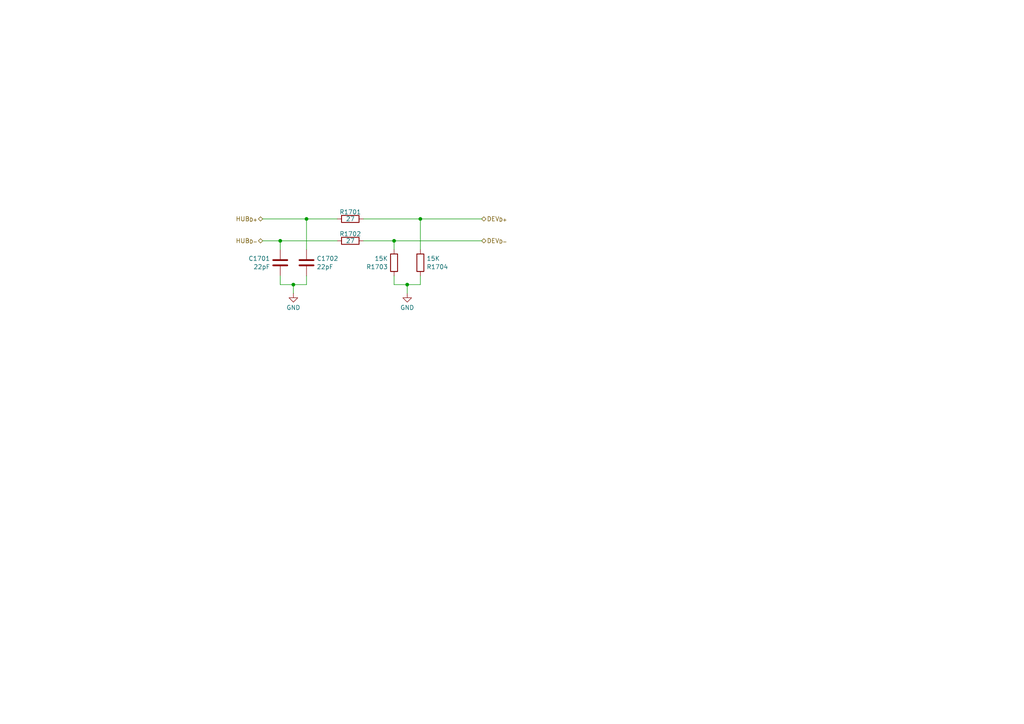
<source format=kicad_sch>
(kicad_sch (version 20231120) (generator "eeschema") (generator_version "8.0")
  (paper "A4")
  (lib_symbols
    (symbol "Device:C" (pin_numbers hide) (pin_names (offset 0.254))
      (property "Reference" "C" (at 0.635 2.54 0))
      (property "Value" "C" (at 0.635 -2.54 0))
      (symbol "C_0_1"
        (polyline (pts (xy -2.032 -0.762) (xy 2.032 -0.762)) (stroke (width 0.508)))
        (polyline (pts (xy -2.032 0.762) (xy 2.032 0.762)) (stroke (width 0.508)))
      )
      (symbol "C_1_1"
        (pin passive line (at 0 3.81 270) (length 2.794) (name "~") (number "1"))
        (pin passive line (at 0 -3.81 90) (length 2.794) (name "~") (number "2"))
      )
    )
    (symbol "Device:R" (pin_numbers hide) (pin_names (offset 0))
      (property "Reference" "R" (at 2.032 0 90))
      (property "Value" "R" (at 0 0 90))
      (symbol "R_0_1"
        (rectangle (start -1.016 -2.54) (end 1.016 2.54) (stroke (width 0.254)))
      )
      (symbol "R_1_1"
        (pin passive line (at 0 3.81 270) (length 1.27) (name "~") (number "1"))
        (pin passive line (at 0 -3.81 90) (length 1.27) (name "~") (number "2"))
      )
    )
    (symbol "power:GND" (power) (pin_numbers hide) (pin_names (offset 0) hide)
      (property "Value" "GND" (at 0 -3.81 0))
      (symbol "GND_0_1"
        (polyline (pts (xy 0 0) (xy 0 -1.27) (xy 1.27 -1.27) (xy 0 -2.54) (xy -1.27 -1.27) (xy 0 -1.27)))
      )
      (symbol "GND_1_1"
        (pin power_in line (at 0 0 270) (length 0) (name "~") (number "1"))
      )
    )
  )
  (junction (at 85.09 82.55))
  (junction (at 88.9 63.5))
  (junction (at 114.3 69.85))
  (junction (at 118.11 82.55))
  (junction (at 121.92 63.5))
  (junction (at 81.28 69.85))
  (wire (pts (xy 118.11 82.55) (xy 118.11 85.09)))
  (wire (pts (xy 114.3 80.01) (xy 114.3 82.55)))
  (wire (pts (xy 88.9 63.5) (xy 97.79 63.5)))
  (wire (pts (xy 121.92 63.5) (xy 121.92 72.39)))
  (wire (pts (xy 114.3 69.85) (xy 114.3 72.39)))
  (wire (pts (xy 81.28 80.01) (xy 81.28 82.55)))
  (wire (pts (xy 85.09 82.55) (xy 88.9 82.55)))
  (wire (pts (xy 114.3 69.85) (xy 139.7 69.85)))
  (wire (pts (xy 88.9 63.5) (xy 88.9 72.39)))
  (wire (pts (xy 114.3 82.55) (xy 118.11 82.55)))
  (wire (pts (xy 121.92 82.55) (xy 121.92 80.01)))
  (wire (pts (xy 76.2 69.85) (xy 81.28 69.85)))
  (wire (pts (xy 118.11 82.55) (xy 121.92 82.55)))
  (wire (pts (xy 105.41 63.5) (xy 121.92 63.5)))
  (wire (pts (xy 85.09 82.55) (xy 85.09 85.09)))
  (wire (pts (xy 105.41 69.85) (xy 114.3 69.85)))
  (wire (pts (xy 121.92 63.5) (xy 139.7 63.5)))
  (wire (pts (xy 81.28 82.55) (xy 85.09 82.55)))
  (wire (pts (xy 76.2 63.5) (xy 88.9 63.5)))
  (wire (pts (xy 81.28 72.39) (xy 81.28 69.85)))
  (wire (pts (xy 81.28 69.85) (xy 97.79 69.85)))
  (wire (pts (xy 88.9 82.55) (xy 88.9 80.01)))
  (hierarchical_label "HUB_{D+}" (shape bidirectional) (at 76.2 63.5 180))
  (hierarchical_label "DEV_{D-}" (shape bidirectional) (at 139.7 69.85 0))
  (hierarchical_label "HUB_{D-}" (shape bidirectional) (at 76.2 69.85 180))
  (hierarchical_label "DEV_{D+}" (shape bidirectional) (at 139.7 63.5 0))
  (symbol (lib_id "Device:R") (at 101.6 69.85 270) (mirror x) (unit 1)
    (property "Reference" "R1702" (at 101.6 68.58 90) (effects (justify top)))
    (property "Value" "27" (at 101.6 69.85 90))
    (property "Footprint" "Resistor_SMD:R_0603_1608Metric_Pad0.98x0.95mm_HandSolder" (effects (hide yes)))
    (instances (project "Backplane" (path "" (reference "R1702") (unit 1)) (path "" (reference "R1502") (unit 1)) (path "" (reference "R1602") (unit 1)) (path "" (reference "R1802") (unit 1)) (path "" (reference "R1002") (unit 1)) (path "" (reference "R1302") (unit 1)) (path "" (reference "R1202") (unit 1)) (path "" (reference "R1102") (unit 1))))
  )
  (symbol (lib_id "Device:C") (at 88.9 76.2 0) (mirror y) (unit 1)
    (property "Reference" "C1702" (at 91.821 74.9878 0) (effects (justify right)))
    (property "Value" "22pF" (at 91.821 77.4121 0) (effects (justify right)))
    (property "Footprint" "Capacitor_SMD:C_0603_1608Metric_Pad1.08x0.95mm_HandSolder" (effects (hide yes)))
    (property "Description" "Unpolarized capacitor" (effects (hide yes)))
    (instances (project "Backplane" (path "" (reference "C1702") (unit 1)) (path "" (reference "C1502") (unit 1)) (path "" (reference "C1602") (unit 1)) (path "" (reference "C1802") (unit 1)) (path "" (reference "C1002") (unit 1)) (path "" (reference "C1302") (unit 1)) (path "" (reference "C1202") (unit 1)) (path "" (reference "C1102") (unit 1))))
  )
  (symbol (lib_id "Device:C") (at 81.28 76.2 0) (unit 1)
    (property "Reference" "C1701" (at 78.359 74.9878 0) (effects (justify right)))
    (property "Value" "22pF" (at 78.359 77.4121 0) (effects (justify right)))
    (property "Footprint" "Capacitor_SMD:C_0603_1608Metric_Pad1.08x0.95mm_HandSolder" (effects (hide yes)))
    (property "Description" "Unpolarized capacitor" (effects (hide yes)))
    (instances (project "Backplane" (path "" (reference "C1701") (unit 1)) (path "" (reference "C1501") (unit 1)) (path "" (reference "C1601") (unit 1)) (path "" (reference "C1801") (unit 1)) (path "" (reference "C1001") (unit 1)) (path "" (reference "C1301") (unit 1)) (path "" (reference "C1201") (unit 1)) (path "" (reference "C1101") (unit 1))))
  )
  (symbol (lib_id "power:GND") (at 85.09 85.09 0) (unit 1)
    (property "Reference" "#PWR01701" (effects (hide yes)))
    (property "Value" "GND" (at 85.09 89.2231 0))
    (property "Description" "Power symbol creates a global label with name \"GND\" , ground" (effects (hide yes)))
    (instances (project "Backplane" (path "" (reference "#PWR01701") (unit 1)) (path "" (reference "#PWR01501") (unit 1)) (path "" (reference "#PWR01601") (unit 1)) (path "" (reference "#PWR01801") (unit 1)) (path "" (reference "#PWR01001") (unit 1)) (path "" (reference "#PWR01301") (unit 1)) (path "" (reference "#PWR01201") (unit 1)) (path "" (reference "#PWR01101") (unit 1))))
  )
  (symbol (lib_id "Device:R") (at 101.6 63.5 270) (mirror x) (unit 1)
    (property "Reference" "R1701" (at 101.6 62.23 90) (effects (justify top)))
    (property "Value" "27" (at 101.6 63.5 90))
    (property "Footprint" "Resistor_SMD:R_0603_1608Metric_Pad0.98x0.95mm_HandSolder" (effects (hide yes)))
    (instances (project "Backplane" (path "" (reference "R1701") (unit 1)) (path "" (reference "R1501") (unit 1)) (path "" (reference "R1601") (unit 1)) (path "" (reference "R1801") (unit 1)) (path "" (reference "R1001") (unit 1)) (path "" (reference "R1301") (unit 1)) (path "" (reference "R1201") (unit 1)) (path "" (reference "R1101") (unit 1))))
  )
  (symbol (lib_id "Device:R") (at 121.92 76.2 0) (mirror x) (unit 1)
    (property "Reference" "R1704" (at 123.698 77.4121 0) (effects (justify left)))
    (property "Value" "15K" (at 123.698 74.9879 0) (effects (justify left)))
    (property "Footprint" "Resistor_SMD:R_0603_1608Metric_Pad0.98x0.95mm_HandSolder" (effects (hide yes)))
    (instances (project "Backplane" (path "" (reference "R1704") (unit 1)) (path "" (reference "R1504") (unit 1)) (path "" (reference "R1604") (unit 1)) (path "" (reference "R1804") (unit 1)) (path "" (reference "R1004") (unit 1)) (path "" (reference "R1304") (unit 1)) (path "" (reference "R1204") (unit 1)) (path "" (reference "R1104") (unit 1))))
  )
  (symbol (lib_id "Device:R") (at 114.3 76.2 180) (unit 1)
    (property "Reference" "R1703" (at 112.522 77.4121 0) (effects (justify left)))
    (property "Value" "15K" (at 112.522 74.9879 0) (effects (justify left)))
    (property "Footprint" "Resistor_SMD:R_0603_1608Metric_Pad0.98x0.95mm_HandSolder" (effects (hide yes)))
    (instances (project "Backplane" (path "" (reference "R1703") (unit 1)) (path "" (reference "R1503") (unit 1)) (path "" (reference "R1603") (unit 1)) (path "" (reference "R1803") (unit 1)) (path "" (reference "R1003") (unit 1)) (path "" (reference "R1303") (unit 1)) (path "" (reference "R1203") (unit 1)) (path "" (reference "R1103") (unit 1))))
  )
  (symbol (lib_id "power:GND") (at 118.11 85.09 0) (unit 1)
    (property "Reference" "#PWR01702" (effects (hide yes)))
    (property "Value" "GND" (at 118.11 89.2231 0))
    (property "Description" "Power symbol creates a global label with name \"GND\" , ground" (effects (hide yes)))
    (instances (project "Backplane" (path "" (reference "#PWR01702") (unit 1)) (path "" (reference "#PWR01502") (unit 1)) (path "" (reference "#PWR01602") (unit 1)) (path "" (reference "#PWR01802") (unit 1)) (path "" (reference "#PWR01002") (unit 1)) (path "" (reference "#PWR01302") (unit 1)) (path "" (reference "#PWR01202") (unit 1)) (path "" (reference "#PWR01102") (unit 1))))
  )
)
</source>
